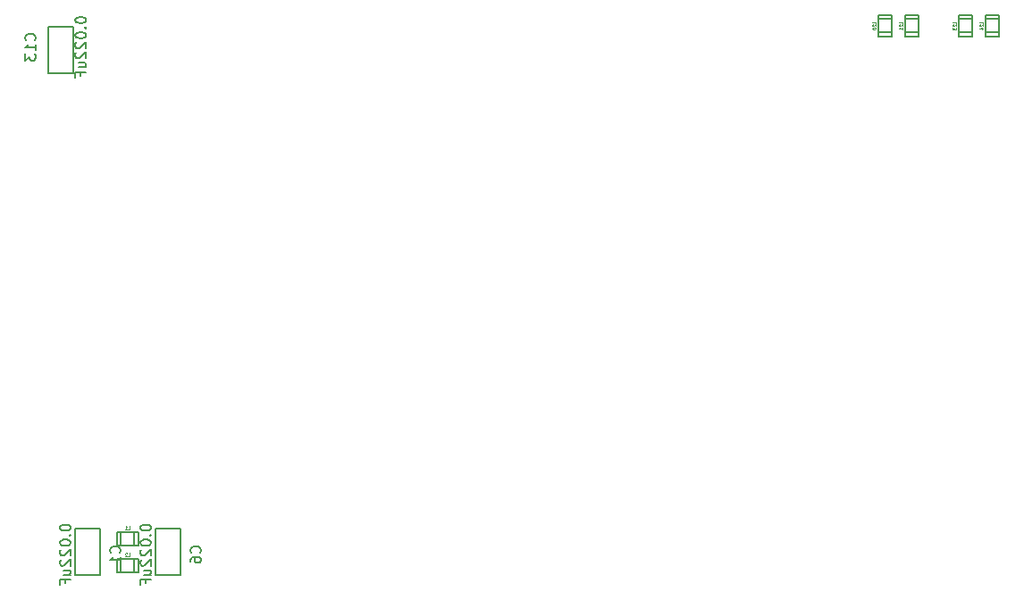
<source format=gbo>
G04 (created by PCBNEW (2013-may-18)-stable) date 2014年05月08日 星期四 20时23分29秒*
%MOIN*%
G04 Gerber Fmt 3.4, Leading zero omitted, Abs format*
%FSLAX34Y34*%
G01*
G70*
G90*
G04 APERTURE LIST*
%ADD10C,0.00590551*%
%ADD11C,0.005*%
%ADD12C,0.0024*%
G04 APERTURE END LIST*
G54D10*
G54D11*
X72150Y-33050D02*
X72650Y-33050D01*
X72150Y-32550D02*
X72640Y-32550D01*
X72150Y-32400D02*
X72150Y-33200D01*
X72150Y-33200D02*
X72650Y-33200D01*
X72650Y-33200D02*
X72650Y-32400D01*
X72650Y-32400D02*
X72150Y-32400D01*
X71150Y-33050D02*
X71650Y-33050D01*
X71150Y-32550D02*
X71640Y-32550D01*
X71150Y-32400D02*
X71150Y-33200D01*
X71150Y-33200D02*
X71650Y-33200D01*
X71650Y-33200D02*
X71650Y-32400D01*
X71650Y-32400D02*
X71150Y-32400D01*
X69150Y-33050D02*
X69650Y-33050D01*
X69150Y-32550D02*
X69640Y-32550D01*
X69150Y-32400D02*
X69150Y-33200D01*
X69150Y-33200D02*
X69650Y-33200D01*
X69650Y-33200D02*
X69650Y-32400D01*
X69650Y-32400D02*
X69150Y-32400D01*
X39900Y-51700D02*
X39900Y-52200D01*
X40400Y-51700D02*
X40400Y-52190D01*
X40550Y-51700D02*
X39750Y-51700D01*
X39750Y-51700D02*
X39750Y-52200D01*
X39750Y-52200D02*
X40550Y-52200D01*
X40550Y-52200D02*
X40550Y-51700D01*
X39900Y-52700D02*
X39900Y-53200D01*
X40400Y-52700D02*
X40400Y-53190D01*
X40550Y-52700D02*
X39750Y-52700D01*
X39750Y-52700D02*
X39750Y-53200D01*
X39750Y-53200D02*
X40550Y-53200D01*
X40550Y-53200D02*
X40550Y-52700D01*
X68150Y-33050D02*
X68650Y-33050D01*
X68150Y-32550D02*
X68640Y-32550D01*
X68150Y-32400D02*
X68150Y-33200D01*
X68150Y-33200D02*
X68650Y-33200D01*
X68650Y-33200D02*
X68650Y-32400D01*
X68650Y-32400D02*
X68150Y-32400D01*
G54D10*
X41177Y-51583D02*
X41177Y-53316D01*
X41177Y-53316D02*
X42122Y-53316D01*
X42122Y-53316D02*
X42122Y-51583D01*
X42122Y-51583D02*
X41177Y-51583D01*
X38177Y-51583D02*
X38177Y-53316D01*
X38177Y-53316D02*
X39122Y-53316D01*
X39122Y-53316D02*
X39122Y-51583D01*
X39122Y-51583D02*
X38177Y-51583D01*
X38122Y-34566D02*
X38122Y-32833D01*
X38122Y-32833D02*
X37177Y-32833D01*
X37177Y-32833D02*
X37177Y-34566D01*
X37177Y-34566D02*
X38122Y-34566D01*
G54D12*
X72057Y-32724D02*
X72057Y-32667D01*
X71939Y-32667D01*
X71951Y-32757D02*
X71945Y-32763D01*
X71939Y-32774D01*
X71939Y-32802D01*
X71945Y-32814D01*
X71951Y-32819D01*
X71962Y-32825D01*
X71973Y-32825D01*
X71990Y-32819D01*
X72057Y-32752D01*
X72057Y-32825D01*
X71979Y-32926D02*
X72057Y-32926D01*
X71934Y-32898D02*
X72018Y-32870D01*
X72018Y-32943D01*
X71057Y-32724D02*
X71057Y-32667D01*
X70939Y-32667D01*
X70951Y-32757D02*
X70945Y-32763D01*
X70939Y-32774D01*
X70939Y-32802D01*
X70945Y-32814D01*
X70951Y-32819D01*
X70962Y-32825D01*
X70973Y-32825D01*
X70990Y-32819D01*
X71057Y-32752D01*
X71057Y-32825D01*
X70939Y-32864D02*
X70939Y-32937D01*
X70984Y-32898D01*
X70984Y-32915D01*
X70990Y-32926D01*
X70995Y-32932D01*
X71007Y-32937D01*
X71035Y-32937D01*
X71046Y-32932D01*
X71052Y-32926D01*
X71057Y-32915D01*
X71057Y-32881D01*
X71052Y-32870D01*
X71046Y-32864D01*
X69057Y-32724D02*
X69057Y-32667D01*
X68939Y-32667D01*
X68951Y-32757D02*
X68945Y-32763D01*
X68939Y-32774D01*
X68939Y-32802D01*
X68945Y-32814D01*
X68951Y-32819D01*
X68962Y-32825D01*
X68973Y-32825D01*
X68990Y-32819D01*
X69057Y-32752D01*
X69057Y-32825D01*
X69057Y-32937D02*
X69057Y-32870D01*
X69057Y-32903D02*
X68939Y-32903D01*
X68956Y-32892D01*
X68967Y-32881D01*
X68973Y-32870D01*
X40169Y-51607D02*
X40225Y-51607D01*
X40225Y-51489D01*
X40068Y-51607D02*
X40135Y-51607D01*
X40102Y-51607D02*
X40102Y-51489D01*
X40113Y-51506D01*
X40124Y-51517D01*
X40135Y-51523D01*
X40169Y-52607D02*
X40225Y-52607D01*
X40225Y-52489D01*
X40135Y-52501D02*
X40130Y-52495D01*
X40119Y-52489D01*
X40091Y-52489D01*
X40079Y-52495D01*
X40074Y-52501D01*
X40068Y-52512D01*
X40068Y-52523D01*
X40074Y-52540D01*
X40141Y-52607D01*
X40068Y-52607D01*
X68057Y-32724D02*
X68057Y-32667D01*
X67939Y-32667D01*
X67951Y-32757D02*
X67945Y-32763D01*
X67939Y-32774D01*
X67939Y-32802D01*
X67945Y-32814D01*
X67951Y-32819D01*
X67962Y-32825D01*
X67973Y-32825D01*
X67990Y-32819D01*
X68057Y-32752D01*
X68057Y-32825D01*
X67939Y-32898D02*
X67939Y-32909D01*
X67945Y-32920D01*
X67951Y-32926D01*
X67962Y-32932D01*
X67984Y-32937D01*
X68012Y-32937D01*
X68035Y-32932D01*
X68046Y-32926D01*
X68052Y-32920D01*
X68057Y-32909D01*
X68057Y-32898D01*
X68052Y-32887D01*
X68046Y-32881D01*
X68035Y-32875D01*
X68012Y-32870D01*
X67984Y-32870D01*
X67962Y-32875D01*
X67951Y-32881D01*
X67945Y-32887D01*
X67939Y-32898D01*
G54D10*
X42854Y-52482D02*
X42873Y-52464D01*
X42892Y-52407D01*
X42892Y-52370D01*
X42873Y-52314D01*
X42835Y-52276D01*
X42798Y-52257D01*
X42723Y-52239D01*
X42667Y-52239D01*
X42592Y-52257D01*
X42554Y-52276D01*
X42517Y-52314D01*
X42498Y-52370D01*
X42498Y-52407D01*
X42517Y-52464D01*
X42535Y-52482D01*
X42498Y-52820D02*
X42498Y-52745D01*
X42517Y-52707D01*
X42535Y-52689D01*
X42592Y-52651D01*
X42667Y-52632D01*
X42817Y-52632D01*
X42854Y-52651D01*
X42873Y-52670D01*
X42892Y-52707D01*
X42892Y-52782D01*
X42873Y-52820D01*
X42854Y-52839D01*
X42817Y-52857D01*
X42723Y-52857D01*
X42685Y-52839D01*
X42667Y-52820D01*
X42648Y-52782D01*
X42648Y-52707D01*
X42667Y-52670D01*
X42685Y-52651D01*
X42723Y-52632D01*
X40628Y-51526D02*
X40628Y-51564D01*
X40647Y-51601D01*
X40665Y-51620D01*
X40703Y-51639D01*
X40778Y-51657D01*
X40871Y-51657D01*
X40946Y-51639D01*
X40984Y-51620D01*
X41003Y-51601D01*
X41021Y-51564D01*
X41021Y-51526D01*
X41003Y-51489D01*
X40984Y-51470D01*
X40946Y-51451D01*
X40871Y-51432D01*
X40778Y-51432D01*
X40703Y-51451D01*
X40665Y-51470D01*
X40647Y-51489D01*
X40628Y-51526D01*
X40984Y-51826D02*
X41003Y-51845D01*
X41021Y-51826D01*
X41003Y-51807D01*
X40984Y-51826D01*
X41021Y-51826D01*
X40628Y-52089D02*
X40628Y-52126D01*
X40647Y-52164D01*
X40665Y-52182D01*
X40703Y-52201D01*
X40778Y-52220D01*
X40871Y-52220D01*
X40946Y-52201D01*
X40984Y-52182D01*
X41003Y-52164D01*
X41021Y-52126D01*
X41021Y-52089D01*
X41003Y-52051D01*
X40984Y-52032D01*
X40946Y-52014D01*
X40871Y-51995D01*
X40778Y-51995D01*
X40703Y-52014D01*
X40665Y-52032D01*
X40647Y-52051D01*
X40628Y-52089D01*
X40665Y-52370D02*
X40647Y-52389D01*
X40628Y-52426D01*
X40628Y-52520D01*
X40647Y-52557D01*
X40665Y-52576D01*
X40703Y-52595D01*
X40740Y-52595D01*
X40796Y-52576D01*
X41021Y-52351D01*
X41021Y-52595D01*
X40665Y-52745D02*
X40647Y-52764D01*
X40628Y-52801D01*
X40628Y-52895D01*
X40647Y-52932D01*
X40665Y-52951D01*
X40703Y-52970D01*
X40740Y-52970D01*
X40796Y-52951D01*
X41021Y-52726D01*
X41021Y-52970D01*
X40759Y-53307D02*
X41021Y-53307D01*
X40759Y-53138D02*
X40965Y-53138D01*
X41003Y-53157D01*
X41021Y-53195D01*
X41021Y-53251D01*
X41003Y-53288D01*
X40984Y-53307D01*
X40815Y-53626D02*
X40815Y-53495D01*
X41021Y-53495D02*
X40628Y-53495D01*
X40628Y-53682D01*
X39854Y-52482D02*
X39873Y-52464D01*
X39892Y-52407D01*
X39892Y-52370D01*
X39873Y-52314D01*
X39835Y-52276D01*
X39798Y-52257D01*
X39723Y-52239D01*
X39667Y-52239D01*
X39592Y-52257D01*
X39554Y-52276D01*
X39517Y-52314D01*
X39498Y-52370D01*
X39498Y-52407D01*
X39517Y-52464D01*
X39535Y-52482D01*
X39892Y-52857D02*
X39892Y-52632D01*
X39892Y-52745D02*
X39498Y-52745D01*
X39554Y-52707D01*
X39592Y-52670D01*
X39610Y-52632D01*
X37628Y-51526D02*
X37628Y-51564D01*
X37647Y-51601D01*
X37665Y-51620D01*
X37703Y-51639D01*
X37778Y-51657D01*
X37871Y-51657D01*
X37946Y-51639D01*
X37984Y-51620D01*
X38003Y-51601D01*
X38021Y-51564D01*
X38021Y-51526D01*
X38003Y-51489D01*
X37984Y-51470D01*
X37946Y-51451D01*
X37871Y-51432D01*
X37778Y-51432D01*
X37703Y-51451D01*
X37665Y-51470D01*
X37647Y-51489D01*
X37628Y-51526D01*
X37984Y-51826D02*
X38003Y-51845D01*
X38021Y-51826D01*
X38003Y-51807D01*
X37984Y-51826D01*
X38021Y-51826D01*
X37628Y-52089D02*
X37628Y-52126D01*
X37647Y-52164D01*
X37665Y-52182D01*
X37703Y-52201D01*
X37778Y-52220D01*
X37871Y-52220D01*
X37946Y-52201D01*
X37984Y-52182D01*
X38003Y-52164D01*
X38021Y-52126D01*
X38021Y-52089D01*
X38003Y-52051D01*
X37984Y-52032D01*
X37946Y-52014D01*
X37871Y-51995D01*
X37778Y-51995D01*
X37703Y-52014D01*
X37665Y-52032D01*
X37647Y-52051D01*
X37628Y-52089D01*
X37665Y-52370D02*
X37647Y-52389D01*
X37628Y-52426D01*
X37628Y-52520D01*
X37647Y-52557D01*
X37665Y-52576D01*
X37703Y-52595D01*
X37740Y-52595D01*
X37796Y-52576D01*
X38021Y-52351D01*
X38021Y-52595D01*
X37665Y-52745D02*
X37647Y-52764D01*
X37628Y-52801D01*
X37628Y-52895D01*
X37647Y-52932D01*
X37665Y-52951D01*
X37703Y-52970D01*
X37740Y-52970D01*
X37796Y-52951D01*
X38021Y-52726D01*
X38021Y-52970D01*
X37759Y-53307D02*
X38021Y-53307D01*
X37759Y-53138D02*
X37965Y-53138D01*
X38003Y-53157D01*
X38021Y-53195D01*
X38021Y-53251D01*
X38003Y-53288D01*
X37984Y-53307D01*
X37815Y-53626D02*
X37815Y-53495D01*
X38021Y-53495D02*
X37628Y-53495D01*
X37628Y-53682D01*
X36689Y-33348D02*
X36707Y-33329D01*
X36726Y-33273D01*
X36726Y-33235D01*
X36707Y-33179D01*
X36670Y-33142D01*
X36632Y-33123D01*
X36557Y-33104D01*
X36501Y-33104D01*
X36426Y-33123D01*
X36389Y-33142D01*
X36351Y-33179D01*
X36332Y-33235D01*
X36332Y-33273D01*
X36351Y-33329D01*
X36370Y-33348D01*
X36726Y-33723D02*
X36726Y-33498D01*
X36726Y-33610D02*
X36332Y-33610D01*
X36389Y-33573D01*
X36426Y-33535D01*
X36445Y-33498D01*
X36332Y-33854D02*
X36332Y-34098D01*
X36482Y-33967D01*
X36482Y-34023D01*
X36501Y-34060D01*
X36520Y-34079D01*
X36557Y-34098D01*
X36651Y-34098D01*
X36689Y-34079D01*
X36707Y-34060D01*
X36726Y-34023D01*
X36726Y-33910D01*
X36707Y-33873D01*
X36689Y-33854D01*
X38203Y-32579D02*
X38203Y-32617D01*
X38221Y-32654D01*
X38240Y-32673D01*
X38278Y-32692D01*
X38353Y-32711D01*
X38446Y-32711D01*
X38521Y-32692D01*
X38559Y-32673D01*
X38578Y-32654D01*
X38596Y-32617D01*
X38596Y-32579D01*
X38578Y-32542D01*
X38559Y-32523D01*
X38521Y-32504D01*
X38446Y-32486D01*
X38353Y-32486D01*
X38278Y-32504D01*
X38240Y-32523D01*
X38221Y-32542D01*
X38203Y-32579D01*
X38559Y-32879D02*
X38578Y-32898D01*
X38596Y-32879D01*
X38578Y-32861D01*
X38559Y-32879D01*
X38596Y-32879D01*
X38203Y-33142D02*
X38203Y-33179D01*
X38221Y-33217D01*
X38240Y-33235D01*
X38278Y-33254D01*
X38353Y-33273D01*
X38446Y-33273D01*
X38521Y-33254D01*
X38559Y-33235D01*
X38578Y-33217D01*
X38596Y-33179D01*
X38596Y-33142D01*
X38578Y-33104D01*
X38559Y-33086D01*
X38521Y-33067D01*
X38446Y-33048D01*
X38353Y-33048D01*
X38278Y-33067D01*
X38240Y-33086D01*
X38221Y-33104D01*
X38203Y-33142D01*
X38240Y-33423D02*
X38221Y-33442D01*
X38203Y-33479D01*
X38203Y-33573D01*
X38221Y-33610D01*
X38240Y-33629D01*
X38278Y-33648D01*
X38315Y-33648D01*
X38371Y-33629D01*
X38596Y-33404D01*
X38596Y-33648D01*
X38240Y-33798D02*
X38221Y-33817D01*
X38203Y-33854D01*
X38203Y-33948D01*
X38221Y-33985D01*
X38240Y-34004D01*
X38278Y-34023D01*
X38315Y-34023D01*
X38371Y-34004D01*
X38596Y-33779D01*
X38596Y-34023D01*
X38334Y-34360D02*
X38596Y-34360D01*
X38334Y-34192D02*
X38540Y-34192D01*
X38578Y-34210D01*
X38596Y-34248D01*
X38596Y-34304D01*
X38578Y-34342D01*
X38559Y-34360D01*
X38390Y-34679D02*
X38390Y-34548D01*
X38596Y-34548D02*
X38203Y-34548D01*
X38203Y-34735D01*
M02*

</source>
